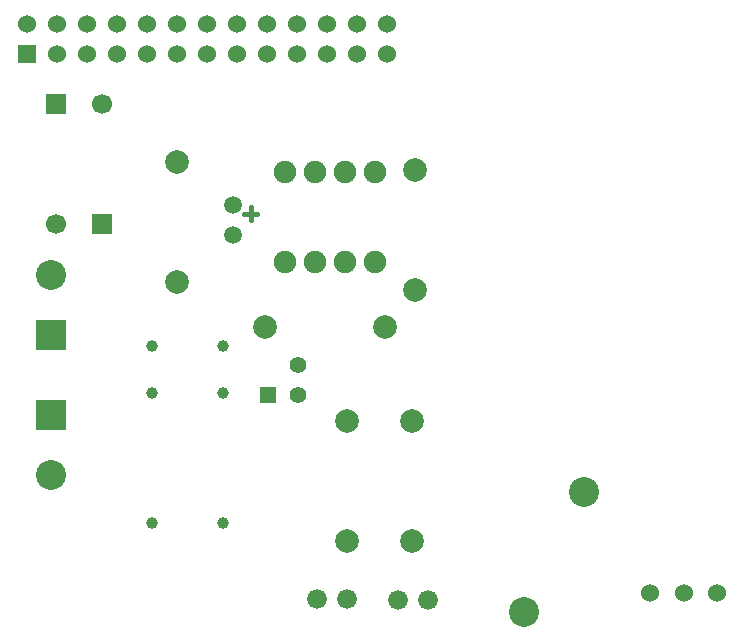
<source format=gtl>
%FSLAX46Y46*%
G04 Gerber Fmt 4.6, Leading zero omitted, Abs format (unit mm)*
G04 Created by KiCad (PCBNEW (2014-09-02 BZR 5112)-product) date dim. 28 sept. 2014 14:48:00 CEST*
%MOMM*%
G01*
G04 APERTURE LIST*
%ADD10C,0.150000*%
%ADD11C,0.381000*%
%ADD12C,1.501140*%
%ADD13C,1.676400*%
%ADD14C,1.699260*%
%ADD15R,1.699260X1.699260*%
%ADD16C,1.905000*%
%ADD17C,1.000000*%
%ADD18R,2.540000X2.540000*%
%ADD19C,2.540000*%
%ADD20C,1.998980*%
%ADD21R,1.524000X1.524000*%
%ADD22C,1.524000*%
%ADD23R,1.397000X1.397000*%
%ADD24C,1.397000*%
G04 APERTURE END LIST*
D10*
D11*
X164724000Y-143233200D02*
X164724000Y-144300000D01*
X165232000Y-143792000D02*
X164190600Y-143792000D01*
D12*
X163200000Y-145570000D03*
X163200000Y-143030000D03*
D13*
X177230000Y-176500000D03*
X179770000Y-176500000D03*
D14*
X148200000Y-144680000D03*
D15*
X148200000Y-134520000D03*
D14*
X152100000Y-134520000D03*
D15*
X152100000Y-144680000D03*
D13*
X170330000Y-176400000D03*
X172870000Y-176400000D03*
D16*
X167590000Y-147910000D03*
X170130000Y-147910000D03*
X172670000Y-147910000D03*
X175210000Y-147910000D03*
X175210000Y-140290000D03*
X172670000Y-140290000D03*
X170130000Y-140290000D03*
X167590000Y-140290000D03*
D17*
X162400000Y-159000000D03*
X156400000Y-159000000D03*
X156400000Y-170000000D03*
X162400000Y-155000000D03*
X162400000Y-170000000D03*
X156400000Y-155000000D03*
D18*
X147800000Y-154040000D03*
D19*
X147800000Y-148960000D03*
D18*
X147800000Y-160860000D03*
D19*
X147800000Y-165940000D03*
D20*
X178400000Y-171480000D03*
X178400000Y-161320000D03*
X158500000Y-149580000D03*
X158500000Y-139420000D03*
X165920000Y-153400000D03*
X176080000Y-153400000D03*
X172900000Y-161320000D03*
X172900000Y-171480000D03*
X178600000Y-140120000D03*
X178600000Y-150280000D03*
D19*
X192940000Y-167320000D03*
X187860000Y-177480000D03*
D21*
X145760000Y-130270000D03*
D22*
X145760000Y-127730000D03*
X148300000Y-130270000D03*
X148300000Y-127730000D03*
X150840000Y-130270000D03*
X150840000Y-127730000D03*
X153380000Y-130270000D03*
X153380000Y-127730000D03*
X155920000Y-130270000D03*
X155920000Y-127730000D03*
X158460000Y-130270000D03*
X158460000Y-127730000D03*
X161000000Y-130270000D03*
X161000000Y-127730000D03*
X163540000Y-130270000D03*
X163540000Y-127730000D03*
X166080000Y-130270000D03*
X166080000Y-127730000D03*
X168620000Y-130270000D03*
X168620000Y-127730000D03*
X171160000Y-130270000D03*
X171160000Y-127730000D03*
X173700000Y-130270000D03*
X173700000Y-127730000D03*
X176240000Y-130270000D03*
X176240000Y-127730000D03*
D23*
X166230000Y-159170000D03*
D24*
X168770000Y-159170000D03*
X168770000Y-156630000D03*
D22*
X201400000Y-175900000D03*
X204200000Y-175900000D03*
X198500000Y-175900000D03*
M02*

</source>
